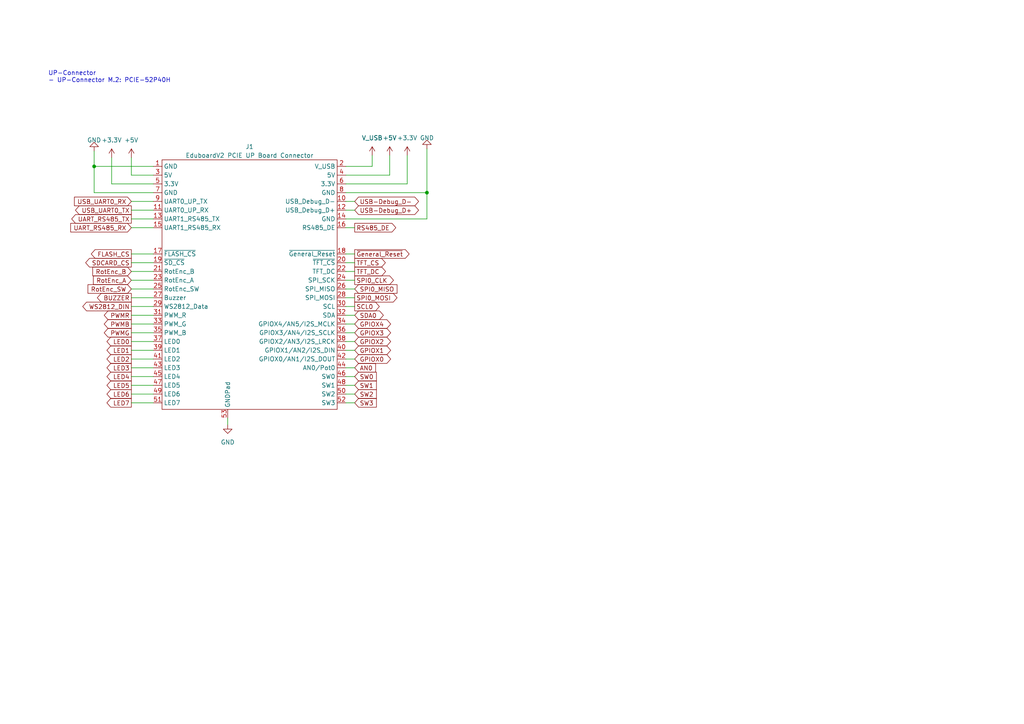
<source format=kicad_sch>
(kicad_sch (version 20230121) (generator eeschema)
  (paper "A4")
  (title_block (title "EduboardV2 Baseboard") (date "2022-06-05") (rev "1") (company "Juventus Technikerschule"))
  (lib_symbols
    (symbol "EduboardV2_kicadlib:EduboardUPConnector_GNDPads_V1"
      (property "Reference" "J" (at -18.415 3.175 0))
      (property "Value" "EduboardV2 PCIE UP Board Connector" (at 12.7 3.175 0))
      (symbol "EduboardUPConnector_GNDPads_V1_0_1"
        (rectangle (start -19.05 1.905) (end 31.75 -70.485))
      )
      (symbol "EduboardUPConnector_GNDPads_V1_1_1"
        (pin power_in line (at -21.59 0 0) (length 2.54) (name "GND") (number "1"))
        (pin bidirectional line (at 34.29 -10.16 180) (length 2.54) (name "USB_Debug_D-") (number "10"))
        (pin input line (at -21.59 -12.7 0) (length 2.54) (name "UART0_UP_RX") (number "11"))
        (pin bidirectional line (at 34.29 -12.7 180) (length 2.54) (name "USB_Debug_D+") (number "12"))
        (pin output line (at -21.59 -15.24 0) (length 2.54) (name "UART1_RS485_TX") (number "13"))
        (pin power_in line (at 34.29 -15.24 180) (length 2.54) (name "GND") (number "14"))
        (pin input line (at -21.59 -17.78 0) (length 2.54) (name "UART1_RS485_RX") (number "15"))
        (pin output line (at 34.29 -17.78 180) (length 2.54) (name "RS485_DE") (number "16"))
        (pin output line (at -21.59 -25.4 0) (length 2.54) (name "~{FLASH_CS}") (number "17"))
        (pin output line (at 34.29 -25.4 180) (length 2.54) (name "~{General_Reset}") (number "18"))
        (pin output line (at -21.59 -27.94 0) (length 2.54) (name "~{SD_CS}") (number "19"))
        (pin power_in line (at 34.29 0 180) (length 2.54) (name "V_USB") (number "2"))
        (pin output line (at 34.29 -27.94 180) (length 2.54) (name "~{TFT_CS}") (number "20"))
        (pin input line (at -21.59 -30.48 0) (length 2.54) (name "RotEnc_B") (number "21"))
        (pin output line (at 34.29 -30.48 180) (length 2.54) (name "TFT_DC") (number "22"))
        (pin input line (at -21.59 -33.02 0) (length 2.54) (name "RotEnc_A") (number "23"))
        (pin output line (at 34.29 -33.02 180) (length 2.54) (name "SPI_SCK") (number "24"))
        (pin input line (at -21.59 -35.56 0) (length 2.54) (name "RotEnc_SW") (number "25"))
        (pin input line (at 34.29 -35.56 180) (length 2.54) (name "SPI_MISO") (number "26"))
        (pin output line (at -21.59 -38.1 0) (length 2.54) (name "Buzzer") (number "27"))
        (pin output line (at 34.29 -38.1 180) (length 2.54) (name "SPI_MOSI") (number "28"))
        (pin output line (at -21.59 -40.64 0) (length 2.54) (name "WS2812_Data") (number "29"))
        (pin power_in line (at -21.59 -2.54 0) (length 2.54) (name "5V") (number "3"))
        (pin output line (at 34.29 -40.64 180) (length 2.54) (name "SCL") (number "30"))
        (pin output line (at -21.59 -43.18 0) (length 2.54) (name "PWM_R") (number "31"))
        (pin bidirectional line (at 34.29 -43.18 180) (length 2.54) (name "SDA") (number "32"))
        (pin output line (at -21.59 -45.72 0) (length 2.54) (name "PWM_G") (number "33"))
        (pin bidirectional line (at 34.29 -45.72 180) (length 2.54) (name "GPIOX4/AN5/I2S_MCLK") (number "34"))
        (pin output line (at -21.59 -48.26 0) (length 2.54) (name "PWM_B") (number "35"))
        (pin bidirectional line (at 34.29 -48.26 180) (length 2.54) (name "GPIOX3/AN4/I2S_SCLK") (number "36"))
        (pin output line (at -21.59 -50.8 0) (length 2.54) (name "LED0") (number "37"))
        (pin bidirectional line (at 34.29 -50.8 180) (length 2.54) (name "GPIOX2/AN3/I2S_LRCK") (number "38"))
        (pin output line (at -21.59 -53.34 0) (length 2.54) (name "LED1") (number "39"))
        (pin power_in line (at 34.29 -2.54 180) (length 2.54) (name "5V") (number "4"))
        (pin bidirectional line (at 34.29 -53.34 180) (length 2.54) (name "GPIOX1/AN2/I2S_DIN") (number "40"))
        (pin output line (at -21.59 -55.88 0) (length 2.54) (name "LED2") (number "41"))
        (pin bidirectional line (at 34.29 -55.88 180) (length 2.54) (name "GPIOX0/AN1/I2S_DOUT") (number "42"))
        (pin output line (at -21.59 -58.42 0) (length 2.54) (name "LED3") (number "43"))
        (pin input line (at 34.29 -58.42 180) (length 2.54) (name "AN0/Pot0") (number "44"))
        (pin output line (at -21.59 -60.96 0) (length 2.54) (name "LED4") (number "45"))
        (pin input line (at 34.29 -60.96 180) (length 2.54) (name "SW0") (number "46"))
        (pin output line (at -21.59 -63.5 0) (length 2.54) (name "LED5") (number "47"))
        (pin input line (at 34.29 -63.5 180) (length 2.54) (name "SW1") (number "48"))
        (pin output line (at -21.59 -66.04 0) (length 2.54) (name "LED6") (number "49"))
        (pin power_in line (at -21.59 -5.08 0) (length 2.54) (name "3.3V") (number "5"))
        (pin input line (at 34.29 -66.04 180) (length 2.54) (name "SW2") (number "50"))
        (pin output line (at -21.59 -68.58 0) (length 2.54) (name "LED7") (number "51"))
        (pin input line (at 34.29 -68.58 180) (length 2.54) (name "SW3") (number "52"))
        (pin input line (at 0 -73.025 90) (length 2.54) (name "GNDPad") (number "53"))
        (pin input line (at 0 -73.025 90) (length 2.54) hide (name "GNDPad") (number "54"))
        (pin power_in line (at 34.29 -5.08 180) (length 2.54) (name "3.3V") (number "6"))
        (pin power_in line (at -21.59 -7.62 0) (length 2.54) (name "GND") (number "7"))
        (pin power_in line (at 34.29 -7.62 180) (length 2.54) (name "GND") (number "8"))
        (pin output line (at -21.59 -10.16 0) (length 2.54) (name "UART0_UP_TX") (number "9"))
      )
    )
    (symbol "eduboardv2:+3.3V" (power) (pin_names (offset 0))
      (property "Value" "+3.3V" (at 0 5.08 0))
      (symbol "+3.3V_0_1"
        (polyline (pts (xy -0.762 1.27) (xy 0 2.54)))
        (polyline (pts (xy 0 0) (xy 0 2.54)))
        (polyline (pts (xy 0 2.54) (xy 0.762 1.27)))
      )
      (symbol "+3.3V_1_1"
        (pin power_in line (at 0 0 90) (length 0) hide (name "+3.3V") (number "1"))
      )
    )
    (symbol "eduboardv2:+5V" (power) (pin_names (offset 0))
      (property "Value" "+5V" (at 0 5.08 0))
      (symbol "+5V_0_1"
        (polyline (pts (xy -0.762 1.27) (xy 0 2.54)))
        (polyline (pts (xy 0 0) (xy 0 2.54)))
        (polyline (pts (xy 0 2.54) (xy 0.762 1.27)))
      )
      (symbol "+5V_1_1"
        (pin power_in line (at 0 0 90) (length 0) hide (name "+5V") (number "1"))
      )
    )
    (symbol "eduboardv2:GND" (power) (pin_names (offset 0))
      (property "Value" "GND" (at 0 -5.08 0))
      (symbol "GND_0_1"
        (polyline (pts (xy 0 0) (xy 0 -1.27) (xy 1.27 -1.27) (xy 0 -2.54) (xy -1.27 -1.27) (xy 0 -1.27)))
      )
      (symbol "GND_1_1"
        (pin power_in line (at 0 0 270) (length 0) hide (name "GND") (number "1"))
      )
    )
    (symbol "eduboardv2:V_USB" (power) (pin_names (offset 0))
      (property "Value" "V_USB" (at 0 5.08 0))
      (symbol "V_USB_0_1"
        (polyline (pts (xy -0.762 1.27) (xy 0 2.54)))
        (polyline (pts (xy 0 0) (xy 0 2.54)))
        (polyline (pts (xy 0 2.54) (xy 0.762 1.27)))
      )
      (symbol "V_USB_1_1"
        (pin power_in line (at 0 0 90) (length 0) hide (name "V_USB") (number "1"))
      )
    )
  )
  (junction (at 27.305 48.26))
  (junction (at 123.825 55.88))
  (wire (pts (xy 100.33 96.52) (xy 102.87 96.52)))
  (wire (pts (xy 38.1 99.06) (xy 44.45 99.06)))
  (wire (pts (xy 38.1 116.84) (xy 44.45 116.84)))
  (wire (pts (xy 38.1 91.44) (xy 44.45 91.44)))
  (wire (pts (xy 27.305 48.26) (xy 27.305 55.88)))
  (wire (pts (xy 38.1 109.22) (xy 44.45 109.22)))
  (wire (pts (xy 100.33 53.34) (xy 118.11 53.34)))
  (wire (pts (xy 100.33 99.06) (xy 102.87 99.06)))
  (wire (pts (xy 100.33 60.96) (xy 102.87 60.96)))
  (wire (pts (xy 100.33 86.36) (xy 102.87 86.36)))
  (wire (pts (xy 100.33 88.9) (xy 102.87 88.9)))
  (wire (pts (xy 100.33 78.74) (xy 102.87 78.74)))
  (wire (pts (xy 100.33 106.68) (xy 102.87 106.68)))
  (wire (pts (xy 38.1 76.2) (xy 44.45 76.2)))
  (wire (pts (xy 38.1 106.68) (xy 44.45 106.68)))
  (wire (pts (xy 100.33 66.04) (xy 102.87 66.04)))
  (wire (pts (xy 100.33 58.42) (xy 102.87 58.42)))
  (wire (pts (xy 38.1 50.8) (xy 38.1 45.72)))
  (wire (pts (xy 100.33 104.14) (xy 102.87 104.14)))
  (wire (pts (xy 100.33 55.88) (xy 123.825 55.88)))
  (wire (pts (xy 38.1 81.28) (xy 44.45 81.28)))
  (wire (pts (xy 100.33 111.76) (xy 102.87 111.76)))
  (wire (pts (xy 27.305 43.815) (xy 27.305 48.26)))
  (wire (pts (xy 38.1 83.82) (xy 44.45 83.82)))
  (wire (pts (xy 100.33 83.82) (xy 102.87 83.82)))
  (wire (pts (xy 27.305 48.26) (xy 44.45 48.26)))
  (wire (pts (xy 38.1 93.98) (xy 44.45 93.98)))
  (wire (pts (xy 100.33 81.28) (xy 102.87 81.28)))
  (wire (pts (xy 38.1 104.14) (xy 44.45 104.14)))
  (wire (pts (xy 38.1 60.96) (xy 44.45 60.96)))
  (wire (pts (xy 100.33 73.66) (xy 102.87 73.66)))
  (wire (pts (xy 113.03 45.085) (xy 113.03 50.8)))
  (wire (pts (xy 38.1 111.76) (xy 44.45 111.76)))
  (wire (pts (xy 38.1 101.6) (xy 44.45 101.6)))
  (wire (pts (xy 123.825 63.5) (xy 123.825 55.88)))
  (wire (pts (xy 38.1 114.3) (xy 44.45 114.3)))
  (wire (pts (xy 38.1 96.52) (xy 44.45 96.52)))
  (wire (pts (xy 100.33 114.3) (xy 102.87 114.3)))
  (wire (pts (xy 66.04 121.285) (xy 66.04 123.19)))
  (wire (pts (xy 38.1 88.9) (xy 44.45 88.9)))
  (wire (pts (xy 100.33 109.22) (xy 102.87 109.22)))
  (wire (pts (xy 118.11 53.34) (xy 118.11 45.085)))
  (wire (pts (xy 38.1 86.36) (xy 44.45 86.36)))
  (wire (pts (xy 100.33 93.98) (xy 102.87 93.98)))
  (wire (pts (xy 38.1 66.04) (xy 44.45 66.04)))
  (wire (pts (xy 100.33 76.2) (xy 102.87 76.2)))
  (wire (pts (xy 44.45 50.8) (xy 38.1 50.8)))
  (wire (pts (xy 38.1 58.42) (xy 44.45 58.42)))
  (wire (pts (xy 32.385 53.34) (xy 44.45 53.34)))
  (wire (pts (xy 123.825 43.18) (xy 123.825 55.88)))
  (wire (pts (xy 107.95 48.26) (xy 100.33 48.26)))
  (wire (pts (xy 38.1 73.66) (xy 44.45 73.66)))
  (wire (pts (xy 100.33 116.84) (xy 102.87 116.84)))
  (wire (pts (xy 32.385 45.72) (xy 32.385 53.34)))
  (wire (pts (xy 27.305 55.88) (xy 44.45 55.88)))
  (wire (pts (xy 100.33 63.5) (xy 123.825 63.5)))
  (wire (pts (xy 100.33 91.44) (xy 102.87 91.44)))
  (wire (pts (xy 38.1 78.74) (xy 44.45 78.74)))
  (wire (pts (xy 100.33 101.6) (xy 102.87 101.6)))
  (wire (pts (xy 107.95 45.085) (xy 107.95 48.26)))
  (wire (pts (xy 38.1 63.5) (xy 44.45 63.5)))
  (wire (pts (xy 113.03 50.8) (xy 100.33 50.8)))
  (text "UP-Connector\n- UP-Connector M.2: PCIE-52P40H\n" (at 13.97 24.13 0) (effects (font (size 1.27 1.27)) (justify left bottom)))
  (global_label "LED0" (shape output) (at 38.1 99.06 180) (property "Intersheetrefs" "${INTERSHEET_REFS}" (effects hide)))
  (global_label "LED5" (shape output) (at 38.1 111.76 180) (property "Intersheetrefs" "${INTERSHEET_REFS}" (effects hide)))
  (global_label "LED2" (shape output) (at 38.1 104.14 180) (property "Intersheetrefs" "${INTERSHEET_REFS}" (effects hide)))
  (global_label "GPIOX0" (shape bidirectional) (at 102.87 104.14 0) (property "Intersheetrefs" "${INTERSHEET_REFS}" (effects hide)))
  (global_label "SPI0_MOSI" (shape output) (at 102.87 86.36 0) (property "Intersheetrefs" "${INTERSHEET_REFS}" (effects hide)))
  (global_label "AN0" (shape input) (at 102.87 106.68 0) (property "Intersheetrefs" "${INTERSHEET_REFS}" (effects hide)))
  (global_label "SDCARD_CS" (shape output) (at 38.1 76.2 180) (property "Intersheetrefs" "${INTERSHEET_REFS}" (effects hide)))
  (global_label "LED4" (shape output) (at 38.1 109.22 180) (property "Intersheetrefs" "${INTERSHEET_REFS}" (effects hide)))
  (global_label "PWMG" (shape output) (at 38.1 96.52 180) (property "Intersheetrefs" "${INTERSHEET_REFS}" (effects hide)))
  (global_label "USB_UART0_TX" (shape output) (at 38.1 60.96 180) (property "Intersheetrefs" "${INTERSHEET_REFS}" (effects hide)))
  (global_label "SCL0" (shape output) (at 102.87 88.9 0) (property "Intersheetrefs" "${INTERSHEET_REFS}" (effects hide)))
  (global_label "UART_RS485_TX" (shape output) (at 38.1 63.5 180) (property "Intersheetrefs" "${INTERSHEET_REFS}" (effects hide)))
  (global_label "SW0" (shape input) (at 102.87 109.22 0) (property "Intersheetrefs" "${INTERSHEET_REFS}" (effects hide)))
  (global_label "PWMB" (shape output) (at 38.1 93.98 180) (property "Intersheetrefs" "${INTERSHEET_REFS}" (effects hide)))
  (global_label "SDA0" (shape bidirectional) (at 102.87 91.44 0) (property "Intersheetrefs" "${INTERSHEET_REFS}" (effects hide)))
  (global_label "RS485_DE" (shape output) (at 102.87 66.04 0) (property "Intersheetrefs" "${INTERSHEET_REFS}" (effects hide)))
  (global_label "LED3" (shape output) (at 38.1 106.68 180) (property "Intersheetrefs" "${INTERSHEET_REFS}" (effects hide)))
  (global_label "USB-Debug_D+" (shape bidirectional) (at 102.87 60.96 0) (property "Intersheetrefs" "${INTERSHEET_REFS}" (effects hide)))
  (global_label "LED1" (shape output) (at 38.1 101.6 180) (property "Intersheetrefs" "${INTERSHEET_REFS}" (effects hide)))
  (global_label "SPI0_MISO" (shape input) (at 102.87 83.82 0) (property "Intersheetrefs" "${INTERSHEET_REFS}" (effects hide)))
  (global_label "USB_UART0_RX" (shape input) (at 38.1 58.42 180) (property "Intersheetrefs" "${INTERSHEET_REFS}" (effects hide)))
  (global_label "TFT_CS" (shape output) (at 102.87 76.2 0) (property "Intersheetrefs" "${INTERSHEET_REFS}" (effects hide)))
  (global_label "TFT_DC" (shape output) (at 102.87 78.74 0) (property "Intersheetrefs" "${INTERSHEET_REFS}" (effects hide)))
  (global_label "LED7" (shape output) (at 38.1 116.84 180) (property "Intersheetrefs" "${INTERSHEET_REFS}" (effects hide)))
  (global_label "RotEnc_A" (shape input) (at 38.1 81.28 180) (property "Intersheetrefs" "${INTERSHEET_REFS}" (effects hide)))
  (global_label "SW1" (shape input) (at 102.87 111.76 0) (property "Intersheetrefs" "${INTERSHEET_REFS}" (effects hide)))
  (global_label "SW2" (shape input) (at 102.87 114.3 0) (property "Intersheetrefs" "${INTERSHEET_REFS}" (effects hide)))
  (global_label "LED6" (shape output) (at 38.1 114.3 180) (property "Intersheetrefs" "${INTERSHEET_REFS}" (effects hide)))
  (global_label "GPIOX4" (shape bidirectional) (at 102.87 93.98 0) (property "Intersheetrefs" "${INTERSHEET_REFS}" (effects hide)))
  (global_label "~{General_Reset}" (shape output) (at 102.87 73.66 0) (property "Intersheetrefs" "${INTERSHEET_REFS}" (effects hide)))
  (global_label "PWMR" (shape output) (at 38.1 91.44 180) (property "Intersheetrefs" "${INTERSHEET_REFS}" (effects hide)))
  (global_label "BUZZER" (shape output) (at 38.1 86.36 180) (property "Intersheetrefs" "${INTERSHEET_REFS}" (effects hide)))
  (global_label "GPIOX2" (shape bidirectional) (at 102.87 99.06 0) (property "Intersheetrefs" "${INTERSHEET_REFS}" (effects hide)))
  (global_label "GPIOX3" (shape bidirectional) (at 102.87 96.52 0) (property "Intersheetrefs" "${INTERSHEET_REFS}" (effects hide)))
  (global_label "UART_RS485_RX" (shape input) (at 38.1 66.04 180) (property "Intersheetrefs" "${INTERSHEET_REFS}" (effects hide)))
  (global_label "USB-Debug_D-" (shape bidirectional) (at 102.87 58.42 0) (property "Intersheetrefs" "${INTERSHEET_REFS}" (effects hide)))
  (global_label "FLASH_CS" (shape output) (at 38.1 73.66 180) (property "Intersheetrefs" "${INTERSHEET_REFS}" (effects hide)))
  (global_label "GPIOX1" (shape bidirectional) (at 102.87 101.6 0) (property "Intersheetrefs" "${INTERSHEET_REFS}" (effects hide)))
  (global_label "RotEnc_B" (shape input) (at 38.1 78.74 180) (property "Intersheetrefs" "${INTERSHEET_REFS}" (effects hide)))
  (global_label "WS2812_DIN" (shape output) (at 38.1 88.9 180) (property "Intersheetrefs" "${INTERSHEET_REFS}" (effects hide)))
  (global_label "SW3" (shape input) (at 102.87 116.84 0) (property "Intersheetrefs" "${INTERSHEET_REFS}" (effects hide)))
  (global_label "RotEnc_SW" (shape input) (at 38.1 83.82 180) (property "Intersheetrefs" "${INTERSHEET_REFS}" (effects hide)))
  (global_label "SPI0_CLK" (shape output) (at 102.87 81.28 0) (property "Intersheetrefs" "${INTERSHEET_REFS}" (effects hide)))
  (symbol (lib_id "EduboardV2_kicadlib:EduboardUPConnector_GNDPads_V1") (at 66.04 48.26 0) (unit 1)
    (property "Reference" "J1" (at 72.39 42.545 0))
    (property "Value" "EduboardV2 PCIE UP Board Connector" (at 72.39 45.085 0))
    (property "Footprint" "EduboardV2_kicadlib:CONN-SMD_52P-P0.80-V_91304-70-052RXXX" (effects hide))
  )
  (symbol (lib_id "eduboardv2:V_USB") (at 107.95 45.085 0) (unit 1)
    (property "Reference" "#PWR0107" (effects hide))
    (property "Value" "V_USB" (at 107.95 40.005 0))
    (instances (project "EduboardV2_Baseboard" (path "" (reference "#PWR0107") (unit 1)) (path "" (reference "#PWR0116") (unit 1))))
  )
  (symbol (lib_id "eduboardv2:+3.3V") (at 32.385 45.72 0) (unit 1)
    (property "Reference" "#PWR0118" (effects hide))
    (property "Value" "+3.3V" (at 32.385 40.64 0))
  )
  (symbol (lib_id "eduboardv2:+5V") (at 113.03 45.085 0) (unit 1)
    (property "Reference" "#PWR032" (effects hide))
    (property "Value" "+5V" (at 113.03 40.005 0))
    (instances (project "EduboardV2_Baseboard" (path "" (reference "#PWR032") (unit 1)) (path "" (reference "#PWR0119") (unit 1))))
  )
  (symbol (lib_id "eduboardv2:GND") (at 66.04 123.19 0) (unit 1)
    (property "Reference" "#PWR069" (effects hide))
    (property "Value" "GND" (at 66.04 128.27 0))
  )
  (symbol (lib_id "eduboardv2:+3.3V") (at 118.11 45.085 0) (unit 1)
    (property "Reference" "#PWR0117" (effects hide))
    (property "Value" "+3.3V" (at 118.11 40.005 0))
  )
  (symbol (lib_id "eduboardv2:GND") (at 123.825 43.18 180) (unit 1)
    (property "Reference" "#PWR072" (effects hide))
    (property "Value" "GND" (at 123.825 40.005 0))
  )
  (symbol (lib_id "eduboardv2:+5V") (at 38.1 45.72 0) (unit 1)
    (property "Reference" "#PWR032" (effects hide))
    (property "Value" "+5V" (at 38.1 40.64 0))
    (instances (project "EduboardV2_Baseboard" (path "" (reference "#PWR032") (unit 1)) (path "" (reference "#PWR0120") (unit 1))))
  )
  (symbol (lib_id "eduboardv2:GND") (at 27.305 43.815 180) (unit 1)
    (property "Reference" "#PWR097" (effects hide))
    (property "Value" "GND" (at 27.305 40.64 0))
  )
)
</source>
